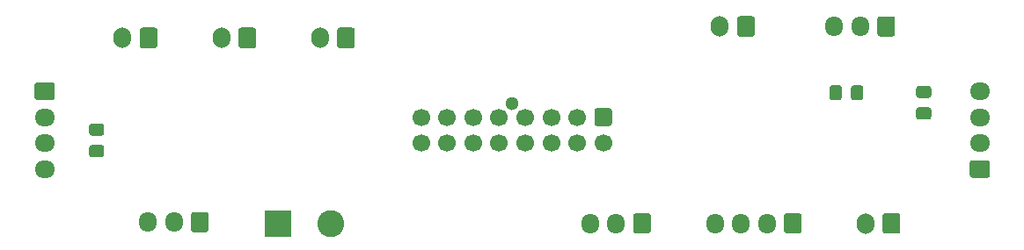
<source format=gbs>
G04 #@! TF.GenerationSoftware,KiCad,Pcbnew,(5.1.12)-1*
G04 #@! TF.CreationDate,2022-01-06T15:04:26+01:00*
G04 #@! TF.ProjectId,V0-UmbilicalBoard,56302d55-6d62-4696-9c69-63616c426f61,rev?*
G04 #@! TF.SameCoordinates,Original*
G04 #@! TF.FileFunction,Soldermask,Bot*
G04 #@! TF.FilePolarity,Negative*
%FSLAX46Y46*%
G04 Gerber Fmt 4.6, Leading zero omitted, Abs format (unit mm)*
G04 Created by KiCad (PCBNEW (5.1.12)-1) date 2022-01-06 15:04:26*
%MOMM*%
%LPD*%
G01*
G04 APERTURE LIST*
%ADD10C,1.300000*%
%ADD11C,1.700000*%
%ADD12O,1.700000X1.950000*%
%ADD13O,1.950000X1.700000*%
%ADD14C,2.600000*%
%ADD15R,2.600000X2.600000*%
%ADD16O,1.700000X2.000000*%
G04 APERTURE END LIST*
D10*
X100000000Y-97410000D03*
D11*
X91250000Y-101250000D03*
X93750000Y-101250000D03*
X96250000Y-101250000D03*
X98750000Y-101250000D03*
X101250000Y-101250000D03*
X103750000Y-101250000D03*
X106250000Y-101250000D03*
X108750000Y-101250000D03*
X91250000Y-98750000D03*
X93750000Y-98750000D03*
X96250000Y-98750000D03*
X98750000Y-98750000D03*
X101250000Y-98750000D03*
X103750000Y-98750000D03*
X106250000Y-98750000D03*
G36*
G01*
X108150000Y-97900000D02*
X109350000Y-97900000D01*
G75*
G02*
X109600000Y-98150000I0J-250000D01*
G01*
X109600000Y-99350000D01*
G75*
G02*
X109350000Y-99600000I-250000J0D01*
G01*
X108150000Y-99600000D01*
G75*
G02*
X107900000Y-99350000I0J250000D01*
G01*
X107900000Y-98150000D01*
G75*
G02*
X108150000Y-97900000I250000J0D01*
G01*
G37*
D12*
X107500000Y-109000000D03*
X110000000Y-109000000D03*
G36*
G01*
X113350000Y-108275000D02*
X113350000Y-109725000D01*
G75*
G02*
X113100000Y-109975000I-250000J0D01*
G01*
X111900000Y-109975000D01*
G75*
G02*
X111650000Y-109725000I0J250000D01*
G01*
X111650000Y-108275000D01*
G75*
G02*
X111900000Y-108025000I250000J0D01*
G01*
X113100000Y-108025000D01*
G75*
G02*
X113350000Y-108275000I0J-250000D01*
G01*
G37*
X64928000Y-108890000D03*
X67428000Y-108890000D03*
G36*
G01*
X70778000Y-108165000D02*
X70778000Y-109615000D01*
G75*
G02*
X70528000Y-109865000I-250000J0D01*
G01*
X69328000Y-109865000D01*
G75*
G02*
X69078000Y-109615000I0J250000D01*
G01*
X69078000Y-108165000D01*
G75*
G02*
X69328000Y-107915000I250000J0D01*
G01*
X70528000Y-107915000D01*
G75*
G02*
X70778000Y-108165000I0J-250000D01*
G01*
G37*
G36*
G01*
X59525000Y-101450000D02*
X60475000Y-101450000D01*
G75*
G02*
X60725000Y-101700000I0J-250000D01*
G01*
X60725000Y-102375000D01*
G75*
G02*
X60475000Y-102625000I-250000J0D01*
G01*
X59525000Y-102625000D01*
G75*
G02*
X59275000Y-102375000I0J250000D01*
G01*
X59275000Y-101700000D01*
G75*
G02*
X59525000Y-101450000I250000J0D01*
G01*
G37*
G36*
G01*
X59525000Y-99375000D02*
X60475000Y-99375000D01*
G75*
G02*
X60725000Y-99625000I0J-250000D01*
G01*
X60725000Y-100300000D01*
G75*
G02*
X60475000Y-100550000I-250000J0D01*
G01*
X59525000Y-100550000D01*
G75*
G02*
X59275000Y-100300000I0J250000D01*
G01*
X59275000Y-99625000D01*
G75*
G02*
X59525000Y-99375000I250000J0D01*
G01*
G37*
G36*
G01*
X131712500Y-95925000D02*
X131712500Y-96875000D01*
G75*
G02*
X131462500Y-97125000I-250000J0D01*
G01*
X130787500Y-97125000D01*
G75*
G02*
X130537500Y-96875000I0J250000D01*
G01*
X130537500Y-95925000D01*
G75*
G02*
X130787500Y-95675000I250000J0D01*
G01*
X131462500Y-95675000D01*
G75*
G02*
X131712500Y-95925000I0J-250000D01*
G01*
G37*
G36*
G01*
X133787500Y-95925000D02*
X133787500Y-96875000D01*
G75*
G02*
X133537500Y-97125000I-250000J0D01*
G01*
X132862500Y-97125000D01*
G75*
G02*
X132612500Y-96875000I0J250000D01*
G01*
X132612500Y-95925000D01*
G75*
G02*
X132862500Y-95675000I250000J0D01*
G01*
X133537500Y-95675000D01*
G75*
G02*
X133787500Y-95925000I0J-250000D01*
G01*
G37*
G36*
G01*
X140075000Y-96912500D02*
X139125000Y-96912500D01*
G75*
G02*
X138875000Y-96662500I0J250000D01*
G01*
X138875000Y-95987500D01*
G75*
G02*
X139125000Y-95737500I250000J0D01*
G01*
X140075000Y-95737500D01*
G75*
G02*
X140325000Y-95987500I0J-250000D01*
G01*
X140325000Y-96662500D01*
G75*
G02*
X140075000Y-96912500I-250000J0D01*
G01*
G37*
G36*
G01*
X140075000Y-98987500D02*
X139125000Y-98987500D01*
G75*
G02*
X138875000Y-98737500I0J250000D01*
G01*
X138875000Y-98062500D01*
G75*
G02*
X139125000Y-97812500I250000J0D01*
G01*
X140075000Y-97812500D01*
G75*
G02*
X140325000Y-98062500I0J-250000D01*
G01*
X140325000Y-98737500D01*
G75*
G02*
X140075000Y-98987500I-250000J0D01*
G01*
G37*
D13*
X55000000Y-103750000D03*
X55000000Y-101250000D03*
X55000000Y-98750000D03*
G36*
G01*
X54275000Y-95400000D02*
X55725000Y-95400000D01*
G75*
G02*
X55975000Y-95650000I0J-250000D01*
G01*
X55975000Y-96850000D01*
G75*
G02*
X55725000Y-97100000I-250000J0D01*
G01*
X54275000Y-97100000D01*
G75*
G02*
X54025000Y-96850000I0J250000D01*
G01*
X54025000Y-95650000D01*
G75*
G02*
X54275000Y-95400000I250000J0D01*
G01*
G37*
X145000000Y-96250000D03*
X145000000Y-98750000D03*
X145000000Y-101250000D03*
G36*
G01*
X145725000Y-104600000D02*
X144275000Y-104600000D01*
G75*
G02*
X144025000Y-104350000I0J250000D01*
G01*
X144025000Y-103150000D01*
G75*
G02*
X144275000Y-102900000I250000J0D01*
G01*
X145725000Y-102900000D01*
G75*
G02*
X145975000Y-103150000I0J-250000D01*
G01*
X145975000Y-104350000D01*
G75*
G02*
X145725000Y-104600000I-250000J0D01*
G01*
G37*
D12*
X131000000Y-90000000D03*
X133500000Y-90000000D03*
G36*
G01*
X136850000Y-89275000D02*
X136850000Y-90725000D01*
G75*
G02*
X136600000Y-90975000I-250000J0D01*
G01*
X135400000Y-90975000D01*
G75*
G02*
X135150000Y-90725000I0J250000D01*
G01*
X135150000Y-89275000D01*
G75*
G02*
X135400000Y-89025000I250000J0D01*
G01*
X136600000Y-89025000D01*
G75*
G02*
X136850000Y-89275000I0J-250000D01*
G01*
G37*
D14*
X82500000Y-109000000D03*
D15*
X77420000Y-109000000D03*
D12*
X119500000Y-109000000D03*
X122000000Y-109000000D03*
X124500000Y-109000000D03*
G36*
G01*
X127850000Y-108275000D02*
X127850000Y-109725000D01*
G75*
G02*
X127600000Y-109975000I-250000J0D01*
G01*
X126400000Y-109975000D01*
G75*
G02*
X126150000Y-109725000I0J250000D01*
G01*
X126150000Y-108275000D01*
G75*
G02*
X126400000Y-108025000I250000J0D01*
G01*
X127600000Y-108025000D01*
G75*
G02*
X127850000Y-108275000I0J-250000D01*
G01*
G37*
D16*
X134000000Y-109000000D03*
G36*
G01*
X137350000Y-108250000D02*
X137350000Y-109750000D01*
G75*
G02*
X137100000Y-110000000I-250000J0D01*
G01*
X135900000Y-110000000D01*
G75*
G02*
X135650000Y-109750000I0J250000D01*
G01*
X135650000Y-108250000D01*
G75*
G02*
X135900000Y-108000000I250000J0D01*
G01*
X137100000Y-108000000D01*
G75*
G02*
X137350000Y-108250000I0J-250000D01*
G01*
G37*
X120000000Y-90000000D03*
G36*
G01*
X123350000Y-89250000D02*
X123350000Y-90750000D01*
G75*
G02*
X123100000Y-91000000I-250000J0D01*
G01*
X121900000Y-91000000D01*
G75*
G02*
X121650000Y-90750000I0J250000D01*
G01*
X121650000Y-89250000D01*
G75*
G02*
X121900000Y-89000000I250000J0D01*
G01*
X123100000Y-89000000D01*
G75*
G02*
X123350000Y-89250000I0J-250000D01*
G01*
G37*
X62500000Y-91110000D03*
G36*
G01*
X65850000Y-90360000D02*
X65850000Y-91860000D01*
G75*
G02*
X65600000Y-92110000I-250000J0D01*
G01*
X64400000Y-92110000D01*
G75*
G02*
X64150000Y-91860000I0J250000D01*
G01*
X64150000Y-90360000D01*
G75*
G02*
X64400000Y-90110000I250000J0D01*
G01*
X65600000Y-90110000D01*
G75*
G02*
X65850000Y-90360000I0J-250000D01*
G01*
G37*
X81500000Y-91110000D03*
G36*
G01*
X84850000Y-90360000D02*
X84850000Y-91860000D01*
G75*
G02*
X84600000Y-92110000I-250000J0D01*
G01*
X83400000Y-92110000D01*
G75*
G02*
X83150000Y-91860000I0J250000D01*
G01*
X83150000Y-90360000D01*
G75*
G02*
X83400000Y-90110000I250000J0D01*
G01*
X84600000Y-90110000D01*
G75*
G02*
X84850000Y-90360000I0J-250000D01*
G01*
G37*
X72000000Y-91110000D03*
G36*
G01*
X75350000Y-90360000D02*
X75350000Y-91860000D01*
G75*
G02*
X75100000Y-92110000I-250000J0D01*
G01*
X73900000Y-92110000D01*
G75*
G02*
X73650000Y-91860000I0J250000D01*
G01*
X73650000Y-90360000D01*
G75*
G02*
X73900000Y-90110000I250000J0D01*
G01*
X75100000Y-90110000D01*
G75*
G02*
X75350000Y-90360000I0J-250000D01*
G01*
G37*
M02*

</source>
